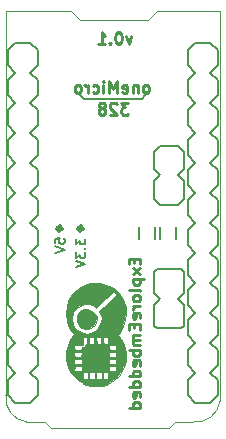
<source format=gbo>
G04 #@! TF.FileFunction,Legend,Bot*
%FSLAX46Y46*%
G04 Gerber Fmt 4.6, Leading zero omitted, Abs format (unit mm)*
G04 Created by KiCad (PCBNEW 4.0.1-stable) date 29-Sep-16 12:15:53 PM*
%MOMM*%
G01*
G04 APERTURE LIST*
%ADD10C,0.150000*%
%ADD11C,0.250000*%
%ADD12C,0.100000*%
%ADD13C,0.200000*%
%ADD14C,0.002540*%
%ADD15C,2.032000*%
%ADD16O,2.032000X2.032000*%
%ADD17R,0.900000X0.500000*%
%ADD18C,1.500000*%
%ADD19O,2.200000X2.500000*%
%ADD20O,2.032000X1.727200*%
G04 APERTURE END LIST*
D10*
D11*
X162261371Y-92648114D02*
X162023276Y-93314781D01*
X161785180Y-92648114D01*
X161213752Y-92314781D02*
X161118513Y-92314781D01*
X161023275Y-92362400D01*
X160975656Y-92410019D01*
X160928037Y-92505257D01*
X160880418Y-92695733D01*
X160880418Y-92933829D01*
X160928037Y-93124305D01*
X160975656Y-93219543D01*
X161023275Y-93267162D01*
X161118513Y-93314781D01*
X161213752Y-93314781D01*
X161308990Y-93267162D01*
X161356609Y-93219543D01*
X161404228Y-93124305D01*
X161451847Y-92933829D01*
X161451847Y-92695733D01*
X161404228Y-92505257D01*
X161356609Y-92410019D01*
X161308990Y-92362400D01*
X161213752Y-92314781D01*
X160451847Y-93219543D02*
X160404228Y-93267162D01*
X160451847Y-93314781D01*
X160499466Y-93267162D01*
X160451847Y-93219543D01*
X160451847Y-93314781D01*
X159451847Y-93314781D02*
X160023276Y-93314781D01*
X159737562Y-93314781D02*
X159737562Y-92314781D01*
X159832800Y-92457638D01*
X159928038Y-92552876D01*
X160023276Y-92600495D01*
D12*
X169748200Y-123545600D02*
X169748200Y-90500200D01*
X151648400Y-123076200D02*
G75*
G03X153398400Y-125326200I2000000J-250000D01*
G01*
X154923800Y-125326200D02*
X153423800Y-125326200D01*
X155423800Y-125826200D02*
X154923800Y-125326200D01*
X165449200Y-125826200D02*
X155449200Y-125826200D01*
X165974600Y-125326200D02*
X165474600Y-125826200D01*
X167474600Y-125326200D02*
X165974600Y-125326200D01*
X151650700Y-90487500D02*
X151650700Y-123075700D01*
X151648400Y-90500000D02*
X157148400Y-90500000D01*
X157173800Y-90500000D02*
X157923800Y-91250000D01*
X164449200Y-90500000D02*
X163699200Y-91250000D01*
X164439600Y-90500200D02*
X169748200Y-90500200D01*
X163699200Y-91250000D02*
X157949200Y-91250000D01*
D11*
X162513971Y-111495675D02*
X162513971Y-111829009D01*
X163037781Y-111971866D02*
X163037781Y-111495675D01*
X162037781Y-111495675D01*
X162037781Y-111971866D01*
X163037781Y-112305199D02*
X162371114Y-112829009D01*
X162371114Y-112305199D02*
X163037781Y-112829009D01*
X162371114Y-113209961D02*
X163371114Y-113209961D01*
X162418733Y-113209961D02*
X162371114Y-113305199D01*
X162371114Y-113495676D01*
X162418733Y-113590914D01*
X162466352Y-113638533D01*
X162561590Y-113686152D01*
X162847305Y-113686152D01*
X162942543Y-113638533D01*
X162990162Y-113590914D01*
X163037781Y-113495676D01*
X163037781Y-113305199D01*
X162990162Y-113209961D01*
X163037781Y-114257580D02*
X162990162Y-114162342D01*
X162894924Y-114114723D01*
X162037781Y-114114723D01*
X163037781Y-114781390D02*
X162990162Y-114686152D01*
X162942543Y-114638533D01*
X162847305Y-114590914D01*
X162561590Y-114590914D01*
X162466352Y-114638533D01*
X162418733Y-114686152D01*
X162371114Y-114781390D01*
X162371114Y-114924248D01*
X162418733Y-115019486D01*
X162466352Y-115067105D01*
X162561590Y-115114724D01*
X162847305Y-115114724D01*
X162942543Y-115067105D01*
X162990162Y-115019486D01*
X163037781Y-114924248D01*
X163037781Y-114781390D01*
X163037781Y-115543295D02*
X162371114Y-115543295D01*
X162561590Y-115543295D02*
X162466352Y-115590914D01*
X162418733Y-115638533D01*
X162371114Y-115733771D01*
X162371114Y-115829010D01*
X162990162Y-116543296D02*
X163037781Y-116448058D01*
X163037781Y-116257581D01*
X162990162Y-116162343D01*
X162894924Y-116114724D01*
X162513971Y-116114724D01*
X162418733Y-116162343D01*
X162371114Y-116257581D01*
X162371114Y-116448058D01*
X162418733Y-116543296D01*
X162513971Y-116590915D01*
X162609210Y-116590915D01*
X162704448Y-116114724D01*
X162513971Y-117019486D02*
X162513971Y-117352820D01*
X163037781Y-117495677D02*
X163037781Y-117019486D01*
X162037781Y-117019486D01*
X162037781Y-117495677D01*
X163037781Y-117924248D02*
X162371114Y-117924248D01*
X162466352Y-117924248D02*
X162418733Y-117971867D01*
X162371114Y-118067105D01*
X162371114Y-118209963D01*
X162418733Y-118305201D01*
X162513971Y-118352820D01*
X163037781Y-118352820D01*
X162513971Y-118352820D02*
X162418733Y-118400439D01*
X162371114Y-118495677D01*
X162371114Y-118638534D01*
X162418733Y-118733772D01*
X162513971Y-118781391D01*
X163037781Y-118781391D01*
X163037781Y-119257581D02*
X162037781Y-119257581D01*
X162418733Y-119257581D02*
X162371114Y-119352819D01*
X162371114Y-119543296D01*
X162418733Y-119638534D01*
X162466352Y-119686153D01*
X162561590Y-119733772D01*
X162847305Y-119733772D01*
X162942543Y-119686153D01*
X162990162Y-119638534D01*
X163037781Y-119543296D01*
X163037781Y-119352819D01*
X162990162Y-119257581D01*
X162990162Y-120543296D02*
X163037781Y-120448058D01*
X163037781Y-120257581D01*
X162990162Y-120162343D01*
X162894924Y-120114724D01*
X162513971Y-120114724D01*
X162418733Y-120162343D01*
X162371114Y-120257581D01*
X162371114Y-120448058D01*
X162418733Y-120543296D01*
X162513971Y-120590915D01*
X162609210Y-120590915D01*
X162704448Y-120114724D01*
X163037781Y-121448058D02*
X162037781Y-121448058D01*
X162990162Y-121448058D02*
X163037781Y-121352820D01*
X163037781Y-121162343D01*
X162990162Y-121067105D01*
X162942543Y-121019486D01*
X162847305Y-120971867D01*
X162561590Y-120971867D01*
X162466352Y-121019486D01*
X162418733Y-121067105D01*
X162371114Y-121162343D01*
X162371114Y-121352820D01*
X162418733Y-121448058D01*
X163037781Y-122352820D02*
X162037781Y-122352820D01*
X162990162Y-122352820D02*
X163037781Y-122257582D01*
X163037781Y-122067105D01*
X162990162Y-121971867D01*
X162942543Y-121924248D01*
X162847305Y-121876629D01*
X162561590Y-121876629D01*
X162466352Y-121924248D01*
X162418733Y-121971867D01*
X162371114Y-122067105D01*
X162371114Y-122257582D01*
X162418733Y-122352820D01*
X162990162Y-123209963D02*
X163037781Y-123114725D01*
X163037781Y-122924248D01*
X162990162Y-122829010D01*
X162894924Y-122781391D01*
X162513971Y-122781391D01*
X162418733Y-122829010D01*
X162371114Y-122924248D01*
X162371114Y-123114725D01*
X162418733Y-123209963D01*
X162513971Y-123257582D01*
X162609210Y-123257582D01*
X162704448Y-122781391D01*
X163037781Y-124114725D02*
X162037781Y-124114725D01*
X162990162Y-124114725D02*
X163037781Y-124019487D01*
X163037781Y-123829010D01*
X162990162Y-123733772D01*
X162942543Y-123686153D01*
X162847305Y-123638534D01*
X162561590Y-123638534D01*
X162466352Y-123686153D01*
X162418733Y-123733772D01*
X162371114Y-123829010D01*
X162371114Y-124019487D01*
X162418733Y-124114725D01*
D13*
X157632400Y-108966000D02*
X157937200Y-109270800D01*
X157937200Y-109270800D02*
X158267400Y-108940600D01*
X158267400Y-108940600D02*
X157962600Y-108635800D01*
X157962600Y-108635800D02*
X157683200Y-108915200D01*
X157683200Y-108915200D02*
X158115000Y-108915200D01*
X158115000Y-108915200D02*
X157962600Y-109067600D01*
X157962600Y-109067600D02*
X157962600Y-108788200D01*
X157962600Y-108788200D02*
X157835600Y-108915200D01*
X157835600Y-108915200D02*
X157911800Y-108991400D01*
X157911800Y-108991400D02*
X157911800Y-109067600D01*
X156133800Y-108991400D02*
X156133800Y-109067600D01*
X156057600Y-108915200D02*
X156133800Y-108991400D01*
X156184600Y-108788200D02*
X156057600Y-108915200D01*
X156184600Y-109067600D02*
X156184600Y-108788200D01*
X156337000Y-108915200D02*
X156184600Y-109067600D01*
X155905200Y-108915200D02*
X156337000Y-108915200D01*
X156184600Y-108635800D02*
X155905200Y-108915200D01*
X156489400Y-108940600D02*
X156184600Y-108635800D01*
X156159200Y-109270800D02*
X156489400Y-108940600D01*
X155854400Y-108966000D02*
X156159200Y-109270800D01*
D11*
X162016914Y-98309181D02*
X161397866Y-98309181D01*
X161731200Y-98690133D01*
X161588342Y-98690133D01*
X161493104Y-98737752D01*
X161445485Y-98785371D01*
X161397866Y-98880610D01*
X161397866Y-99118705D01*
X161445485Y-99213943D01*
X161493104Y-99261562D01*
X161588342Y-99309181D01*
X161874057Y-99309181D01*
X161969295Y-99261562D01*
X162016914Y-99213943D01*
X161016914Y-98404419D02*
X160969295Y-98356800D01*
X160874057Y-98309181D01*
X160635961Y-98309181D01*
X160540723Y-98356800D01*
X160493104Y-98404419D01*
X160445485Y-98499657D01*
X160445485Y-98594895D01*
X160493104Y-98737752D01*
X161064533Y-99309181D01*
X160445485Y-99309181D01*
X159874057Y-98737752D02*
X159969295Y-98690133D01*
X160016914Y-98642514D01*
X160064533Y-98547276D01*
X160064533Y-98499657D01*
X160016914Y-98404419D01*
X159969295Y-98356800D01*
X159874057Y-98309181D01*
X159683580Y-98309181D01*
X159588342Y-98356800D01*
X159540723Y-98404419D01*
X159493104Y-98499657D01*
X159493104Y-98547276D01*
X159540723Y-98642514D01*
X159588342Y-98690133D01*
X159683580Y-98737752D01*
X159874057Y-98737752D01*
X159969295Y-98785371D01*
X160016914Y-98832990D01*
X160064533Y-98928229D01*
X160064533Y-99118705D01*
X160016914Y-99213943D01*
X159969295Y-99261562D01*
X159874057Y-99309181D01*
X159683580Y-99309181D01*
X159588342Y-99261562D01*
X159540723Y-99213943D01*
X159493104Y-99118705D01*
X159493104Y-98928229D01*
X159540723Y-98832990D01*
X159588342Y-98785371D01*
X159683580Y-98737752D01*
D13*
X163449000Y-97409000D02*
X163550600Y-97409000D01*
X163449000Y-97663000D02*
X163449000Y-97409000D01*
X163169600Y-97942400D02*
X163449000Y-97663000D01*
X158242000Y-97942400D02*
X163169600Y-97942400D01*
X157734000Y-97434400D02*
X158242000Y-97942400D01*
D11*
X163556581Y-97454981D02*
X163651819Y-97407362D01*
X163699438Y-97359743D01*
X163747057Y-97264505D01*
X163747057Y-96978790D01*
X163699438Y-96883552D01*
X163651819Y-96835933D01*
X163556581Y-96788314D01*
X163413723Y-96788314D01*
X163318485Y-96835933D01*
X163270866Y-96883552D01*
X163223247Y-96978790D01*
X163223247Y-97264505D01*
X163270866Y-97359743D01*
X163318485Y-97407362D01*
X163413723Y-97454981D01*
X163556581Y-97454981D01*
X162794676Y-96788314D02*
X162794676Y-97454981D01*
X162794676Y-96883552D02*
X162747057Y-96835933D01*
X162651819Y-96788314D01*
X162508961Y-96788314D01*
X162413723Y-96835933D01*
X162366104Y-96931171D01*
X162366104Y-97454981D01*
X161508961Y-97407362D02*
X161604199Y-97454981D01*
X161794676Y-97454981D01*
X161889914Y-97407362D01*
X161937533Y-97312124D01*
X161937533Y-96931171D01*
X161889914Y-96835933D01*
X161794676Y-96788314D01*
X161604199Y-96788314D01*
X161508961Y-96835933D01*
X161461342Y-96931171D01*
X161461342Y-97026410D01*
X161937533Y-97121648D01*
X161032771Y-97454981D02*
X161032771Y-96454981D01*
X160699437Y-97169267D01*
X160366104Y-96454981D01*
X160366104Y-97454981D01*
X159889914Y-97454981D02*
X159889914Y-96788314D01*
X159889914Y-96454981D02*
X159937533Y-96502600D01*
X159889914Y-96550219D01*
X159842295Y-96502600D01*
X159889914Y-96454981D01*
X159889914Y-96550219D01*
X158985152Y-97407362D02*
X159080390Y-97454981D01*
X159270867Y-97454981D01*
X159366105Y-97407362D01*
X159413724Y-97359743D01*
X159461343Y-97264505D01*
X159461343Y-96978790D01*
X159413724Y-96883552D01*
X159366105Y-96835933D01*
X159270867Y-96788314D01*
X159080390Y-96788314D01*
X158985152Y-96835933D01*
X158556581Y-97454981D02*
X158556581Y-96788314D01*
X158556581Y-96978790D02*
X158508962Y-96883552D01*
X158461343Y-96835933D01*
X158366105Y-96788314D01*
X158270866Y-96788314D01*
X157794676Y-97454981D02*
X157889914Y-97407362D01*
X157937533Y-97359743D01*
X157985152Y-97264505D01*
X157985152Y-96978790D01*
X157937533Y-96883552D01*
X157889914Y-96835933D01*
X157794676Y-96788314D01*
X157651818Y-96788314D01*
X157556580Y-96835933D01*
X157508961Y-96883552D01*
X157461342Y-96978790D01*
X157461342Y-97264505D01*
X157508961Y-97359743D01*
X157556580Y-97407362D01*
X157651818Y-97454981D01*
X157794676Y-97454981D01*
D12*
X167500000Y-125326200D02*
G75*
G03X169750000Y-123576200I250000J2000000D01*
G01*
D13*
X157575305Y-109791648D02*
X157575305Y-110286886D01*
X157880067Y-110020219D01*
X157880067Y-110134505D01*
X157918162Y-110210695D01*
X157956257Y-110248791D01*
X158032448Y-110286886D01*
X158222924Y-110286886D01*
X158299114Y-110248791D01*
X158337210Y-110210695D01*
X158375305Y-110134505D01*
X158375305Y-109905933D01*
X158337210Y-109829743D01*
X158299114Y-109791648D01*
X158299114Y-110629743D02*
X158337210Y-110667838D01*
X158375305Y-110629743D01*
X158337210Y-110591648D01*
X158299114Y-110629743D01*
X158375305Y-110629743D01*
X157575305Y-110934505D02*
X157575305Y-111429743D01*
X157880067Y-111163076D01*
X157880067Y-111277362D01*
X157918162Y-111353552D01*
X157956257Y-111391648D01*
X158032448Y-111429743D01*
X158222924Y-111429743D01*
X158299114Y-111391648D01*
X158337210Y-111353552D01*
X158375305Y-111277362D01*
X158375305Y-111048790D01*
X158337210Y-110972600D01*
X158299114Y-110934505D01*
X157575305Y-111658314D02*
X158375305Y-111924981D01*
X157575305Y-112191648D01*
X155822705Y-110185220D02*
X155822705Y-109804267D01*
X156203657Y-109766172D01*
X156165562Y-109804267D01*
X156127467Y-109880458D01*
X156127467Y-110070934D01*
X156165562Y-110147124D01*
X156203657Y-110185220D01*
X156279848Y-110223315D01*
X156470324Y-110223315D01*
X156546514Y-110185220D01*
X156584610Y-110147124D01*
X156622705Y-110070934D01*
X156622705Y-109880458D01*
X156584610Y-109804267D01*
X156546514Y-109766172D01*
X155822705Y-110451886D02*
X156622705Y-110718553D01*
X155822705Y-110985220D01*
D10*
X166705600Y-116904200D02*
X166705600Y-115404200D01*
X166705600Y-115404200D02*
X166205600Y-114904200D01*
X166205600Y-114904200D02*
X166705600Y-114404200D01*
X166705600Y-114404200D02*
X166705600Y-112654200D01*
X166705600Y-112654200D02*
X166455600Y-112404200D01*
X166455600Y-112404200D02*
X164705600Y-112404200D01*
X164705600Y-112404200D02*
X164455600Y-112404200D01*
X164455600Y-112404200D02*
X164205600Y-112654200D01*
X164205600Y-112654200D02*
X164205600Y-114404200D01*
X164205600Y-114404200D02*
X164705600Y-114904200D01*
X164705600Y-114904200D02*
X164205600Y-115404200D01*
X164205600Y-115404200D02*
X164205600Y-116904200D01*
X164205600Y-116904200D02*
X164205600Y-117154200D01*
X164205600Y-117154200D02*
X164455600Y-117404200D01*
X164455600Y-117404200D02*
X166455600Y-117404200D01*
X166455600Y-117404200D02*
X166705600Y-117154200D01*
X166705600Y-117154200D02*
X166705600Y-116904200D01*
X166205600Y-101939400D02*
X164955600Y-101939400D01*
X164955600Y-101939400D02*
X164705600Y-101939400D01*
X164705600Y-101939400D02*
X164205600Y-102439400D01*
X164205600Y-102439400D02*
X164205600Y-103939400D01*
X164205600Y-103939400D02*
X164705600Y-104439400D01*
X164705600Y-104439400D02*
X164205600Y-104939400D01*
X164205600Y-104939400D02*
X164205600Y-106439400D01*
X164205600Y-106439400D02*
X164705600Y-106939400D01*
X164705600Y-106939400D02*
X166205600Y-106939400D01*
X166205600Y-106939400D02*
X166705600Y-106439400D01*
X166705600Y-104939400D02*
X166205600Y-104439400D01*
X166205600Y-104439400D02*
X166705600Y-103939400D01*
X166705600Y-103939400D02*
X166705600Y-102439400D01*
X166705600Y-102439400D02*
X166205600Y-101939400D01*
X166705600Y-106439400D02*
X166705600Y-104939400D01*
D14*
G36*
X159296100Y-122265440D02*
X159623760Y-122257820D01*
X159857440Y-122242580D01*
X160037780Y-122207020D01*
X160202880Y-122151140D01*
X160296860Y-122107960D01*
X160797240Y-121808240D01*
X160886140Y-121724420D01*
X158135320Y-121724420D01*
X158135320Y-121396760D01*
X158137860Y-121203720D01*
X158163260Y-121109740D01*
X158229300Y-121074180D01*
X158318200Y-121069100D01*
X158480760Y-121086880D01*
X158559500Y-121155460D01*
X158577280Y-121305320D01*
X158572200Y-121422160D01*
X158551880Y-121589800D01*
X158498540Y-121671080D01*
X158381700Y-121699020D01*
X158343600Y-121704100D01*
X158135320Y-121724420D01*
X160886140Y-121724420D01*
X160896300Y-121716800D01*
X160327340Y-121716800D01*
X160103820Y-121716800D01*
X159877760Y-121716800D01*
X159748220Y-121716800D01*
X159522160Y-121716800D01*
X159296100Y-121716800D01*
X159166560Y-121716800D01*
X158943040Y-121716800D01*
X158716980Y-121716800D01*
X158716980Y-121394220D01*
X158716980Y-121069100D01*
X158943040Y-121069100D01*
X159166560Y-121069100D01*
X159166560Y-121394220D01*
X159166560Y-121716800D01*
X159296100Y-121716800D01*
X159296100Y-121394220D01*
X159296100Y-121069100D01*
X159522160Y-121069100D01*
X159748220Y-121069100D01*
X159748220Y-121394220D01*
X159748220Y-121716800D01*
X159877760Y-121716800D01*
X159877760Y-121394220D01*
X159877760Y-121069100D01*
X160103820Y-121069100D01*
X160327340Y-121069100D01*
X160327340Y-121394220D01*
X160327340Y-121716800D01*
X160896300Y-121716800D01*
X161196020Y-121434860D01*
X161483040Y-121005600D01*
X160685480Y-121005600D01*
X158071820Y-121005600D01*
X157744160Y-121005600D01*
X157416500Y-121005600D01*
X157436820Y-120797320D01*
X157457140Y-120670320D01*
X157513020Y-120604280D01*
X157637480Y-120576340D01*
X157764480Y-120566180D01*
X158071820Y-120548400D01*
X158071820Y-120777000D01*
X158071820Y-121005600D01*
X160685480Y-121005600D01*
X160505140Y-121000520D01*
X160421320Y-120967500D01*
X160393380Y-120881140D01*
X160393380Y-120779540D01*
X160398460Y-120639840D01*
X160439100Y-120576340D01*
X160553400Y-120556020D01*
X160685480Y-120556020D01*
X160863280Y-120558560D01*
X160944560Y-120591580D01*
X160972500Y-120677940D01*
X160975040Y-120779540D01*
X160967420Y-120919240D01*
X160926780Y-120985280D01*
X160812480Y-121003060D01*
X160685480Y-121005600D01*
X161483040Y-121005600D01*
X161505900Y-120975120D01*
X161683700Y-120573800D01*
X161726880Y-120426480D01*
X160685480Y-120426480D01*
X158071820Y-120426480D01*
X157749240Y-120426480D01*
X157424120Y-120426480D01*
X157424120Y-120200420D01*
X157424120Y-119974360D01*
X157749240Y-119974360D01*
X158071820Y-119974360D01*
X158071820Y-120200420D01*
X158071820Y-120426480D01*
X160685480Y-120426480D01*
X160505140Y-120418860D01*
X160421320Y-120385840D01*
X160393380Y-120299480D01*
X160393380Y-120200420D01*
X160398460Y-120060720D01*
X160439100Y-119994680D01*
X160553400Y-119974360D01*
X160685480Y-119974360D01*
X160863280Y-119979440D01*
X160944560Y-120012460D01*
X160972500Y-120098820D01*
X160975040Y-120200420D01*
X160967420Y-120337580D01*
X160926780Y-120403620D01*
X160812480Y-120423940D01*
X160685480Y-120426480D01*
X161726880Y-120426480D01*
X161757360Y-120337580D01*
X161798000Y-120126760D01*
X161808160Y-119880380D01*
X161805620Y-119829580D01*
X160685480Y-119829580D01*
X160505140Y-119824500D01*
X160464500Y-119811800D01*
X157858460Y-119811800D01*
X157749240Y-119811800D01*
X157568900Y-119806720D01*
X157480000Y-119771160D01*
X157446980Y-119682260D01*
X157436820Y-119603520D01*
X157416500Y-119395240D01*
X157749240Y-119395240D01*
X158079440Y-119395240D01*
X158056580Y-119603520D01*
X158038800Y-119733060D01*
X157985460Y-119791480D01*
X157858460Y-119811800D01*
X160464500Y-119811800D01*
X160421320Y-119796560D01*
X160393380Y-119710200D01*
X160393380Y-119613680D01*
X160398460Y-119476520D01*
X160441640Y-119413020D01*
X160555940Y-119395240D01*
X160685480Y-119395240D01*
X160863280Y-119397780D01*
X160944560Y-119430800D01*
X160972500Y-119517160D01*
X160975040Y-119608600D01*
X160967420Y-119740680D01*
X160921700Y-119804180D01*
X160807400Y-119824500D01*
X160685480Y-119829580D01*
X161805620Y-119829580D01*
X161800540Y-119598440D01*
X161777680Y-119278400D01*
X161764980Y-119217440D01*
X160815020Y-119217440D01*
X160782000Y-119214900D01*
X157505400Y-119214900D01*
X157467300Y-119171720D01*
X157439360Y-119042180D01*
X157439360Y-119026940D01*
X157416500Y-118818660D01*
X157789880Y-118800880D01*
X158163260Y-118780560D01*
X158160720Y-118747540D01*
X157845760Y-118747540D01*
X157586680Y-118747540D01*
X157553660Y-118717060D01*
X157586680Y-118684040D01*
X157617160Y-118717060D01*
X157586680Y-118747540D01*
X157845760Y-118747540D01*
X157812740Y-118717060D01*
X157845760Y-118684040D01*
X157878780Y-118717060D01*
X157845760Y-118747540D01*
X158160720Y-118747540D01*
X158142940Y-118442740D01*
X158135320Y-118244620D01*
X158153100Y-118143020D01*
X158211520Y-118107460D01*
X158318200Y-118102380D01*
X158442660Y-118112540D01*
X158503620Y-118168420D01*
X158529020Y-118305580D01*
X158534100Y-118376700D01*
X158544260Y-118587520D01*
X158529020Y-118699280D01*
X158475680Y-118742460D01*
X158422340Y-118747540D01*
X158341060Y-118775480D01*
X158335980Y-118795800D01*
X158330900Y-118945660D01*
X158249620Y-118996460D01*
X158198820Y-118986300D01*
X158097220Y-118988840D01*
X158071820Y-119077740D01*
X158046420Y-119159020D01*
X157952440Y-119192040D01*
X157812740Y-119199660D01*
X157634940Y-119202200D01*
X157520640Y-119212360D01*
X157505400Y-119214900D01*
X160782000Y-119214900D01*
X160685480Y-119209820D01*
X160505140Y-119189500D01*
X160418780Y-119146320D01*
X160393380Y-119059960D01*
X160393380Y-118999000D01*
X160401000Y-118884700D01*
X160451800Y-118831360D01*
X160578800Y-118813580D01*
X160685480Y-118813580D01*
X160863280Y-118816120D01*
X160944560Y-118849140D01*
X160972500Y-118935500D01*
X160975040Y-119021860D01*
X160967420Y-119148860D01*
X160926780Y-119207280D01*
X160815020Y-119217440D01*
X161764980Y-119217440D01*
X161737040Y-119037100D01*
X161665920Y-118816120D01*
X161635440Y-118755160D01*
X158716980Y-118755160D01*
X158716980Y-118430040D01*
X158719520Y-118237000D01*
X158744920Y-118140480D01*
X158810960Y-118107460D01*
X158902400Y-118102380D01*
X159034480Y-118120160D01*
X159103060Y-118193820D01*
X159131000Y-118346220D01*
X159128460Y-118516400D01*
X159105600Y-118658640D01*
X159026860Y-118719600D01*
X158920180Y-118734840D01*
X158716980Y-118755160D01*
X161635440Y-118755160D01*
X161620200Y-118717060D01*
X160103820Y-118717060D01*
X159522160Y-118717060D01*
X159405320Y-118706900D01*
X159344360Y-118658640D01*
X159318960Y-118534180D01*
X159308800Y-118409720D01*
X159288480Y-118102380D01*
X159522160Y-118102380D01*
X159755840Y-118102380D01*
X159735520Y-118409720D01*
X159717740Y-118595140D01*
X159682180Y-118684040D01*
X159603440Y-118711980D01*
X159522160Y-118717060D01*
X160103820Y-118717060D01*
X159984440Y-118706900D01*
X159926020Y-118658640D01*
X159898080Y-118534180D01*
X159887920Y-118409720D01*
X159870140Y-118102380D01*
X160103820Y-118102380D01*
X160334960Y-118102380D01*
X160317180Y-118409720D01*
X160299400Y-118595140D01*
X160261300Y-118684040D01*
X160182560Y-118711980D01*
X160103820Y-118717060D01*
X161620200Y-118717060D01*
X161569400Y-118605300D01*
X161447480Y-118379240D01*
X161328100Y-118191280D01*
X161236660Y-118076980D01*
X161170620Y-118005860D01*
X161155380Y-117939820D01*
X161196020Y-117845840D01*
X158503620Y-117845840D01*
X158153100Y-117802660D01*
X157820360Y-117657880D01*
X157528260Y-117411500D01*
X157419040Y-117274340D01*
X157332680Y-117124480D01*
X157284420Y-116961920D01*
X157266640Y-116740940D01*
X157264100Y-116580920D01*
X157269180Y-116326920D01*
X157292040Y-116154200D01*
X157350460Y-116019580D01*
X157452060Y-115879880D01*
X157462220Y-115867180D01*
X157683200Y-115648740D01*
X157957520Y-115470940D01*
X158236920Y-115356640D01*
X158422340Y-115328700D01*
X158683960Y-115356640D01*
X158943040Y-115425220D01*
X159146240Y-115524280D01*
X159204660Y-115570000D01*
X159285940Y-115636040D01*
X159351980Y-115610640D01*
X159425640Y-115516660D01*
X159517080Y-115415060D01*
X159682180Y-115247420D01*
X159895540Y-115039140D01*
X160139380Y-114810540D01*
X160169860Y-114782600D01*
X160797240Y-114206020D01*
X160921700Y-114360960D01*
X161048700Y-114515900D01*
X160609280Y-114940080D01*
X160367980Y-115166140D01*
X160124140Y-115394740D01*
X159910780Y-115585240D01*
X159859980Y-115628420D01*
X159552640Y-115892580D01*
X159651700Y-116123720D01*
X159740600Y-116499640D01*
X159705040Y-116883180D01*
X159649160Y-117055900D01*
X159445960Y-117393720D01*
X159171640Y-117637560D01*
X158851600Y-117789960D01*
X158503620Y-117845840D01*
X161196020Y-117845840D01*
X161198560Y-117843300D01*
X161310320Y-117678200D01*
X161325560Y-117662960D01*
X161587180Y-117190520D01*
X161752280Y-116667280D01*
X161818320Y-116123720D01*
X161780220Y-115592860D01*
X161671000Y-115199160D01*
X161411920Y-114686080D01*
X161063940Y-114254280D01*
X160639760Y-113919000D01*
X160154620Y-113682780D01*
X159626300Y-113553240D01*
X159062420Y-113540540D01*
X158767780Y-113583720D01*
X158348680Y-113695480D01*
X157990540Y-113868200D01*
X157650180Y-114122200D01*
X157520640Y-114239040D01*
X157177740Y-114645440D01*
X156926280Y-115115340D01*
X156778960Y-115623340D01*
X156728160Y-116149120D01*
X156781500Y-116669820D01*
X156936440Y-117167660D01*
X157195520Y-117617240D01*
X157276800Y-117718840D01*
X157434280Y-117906800D01*
X157276800Y-118117620D01*
X156992320Y-118582440D01*
X156811980Y-119100600D01*
X156768800Y-119321580D01*
X156733240Y-119882920D01*
X156822140Y-120423940D01*
X157017720Y-120929400D01*
X157317440Y-121381520D01*
X157716220Y-121765060D01*
X158196280Y-122062240D01*
X158198820Y-122064780D01*
X158402020Y-122156220D01*
X158572200Y-122214640D01*
X158752540Y-122247660D01*
X158978600Y-122260360D01*
X159296100Y-122265440D01*
X159296100Y-122265440D01*
X159296100Y-122265440D01*
G37*
X159296100Y-122265440D02*
X159623760Y-122257820D01*
X159857440Y-122242580D01*
X160037780Y-122207020D01*
X160202880Y-122151140D01*
X160296860Y-122107960D01*
X160797240Y-121808240D01*
X160886140Y-121724420D01*
X158135320Y-121724420D01*
X158135320Y-121396760D01*
X158137860Y-121203720D01*
X158163260Y-121109740D01*
X158229300Y-121074180D01*
X158318200Y-121069100D01*
X158480760Y-121086880D01*
X158559500Y-121155460D01*
X158577280Y-121305320D01*
X158572200Y-121422160D01*
X158551880Y-121589800D01*
X158498540Y-121671080D01*
X158381700Y-121699020D01*
X158343600Y-121704100D01*
X158135320Y-121724420D01*
X160886140Y-121724420D01*
X160896300Y-121716800D01*
X160327340Y-121716800D01*
X160103820Y-121716800D01*
X159877760Y-121716800D01*
X159748220Y-121716800D01*
X159522160Y-121716800D01*
X159296100Y-121716800D01*
X159166560Y-121716800D01*
X158943040Y-121716800D01*
X158716980Y-121716800D01*
X158716980Y-121394220D01*
X158716980Y-121069100D01*
X158943040Y-121069100D01*
X159166560Y-121069100D01*
X159166560Y-121394220D01*
X159166560Y-121716800D01*
X159296100Y-121716800D01*
X159296100Y-121394220D01*
X159296100Y-121069100D01*
X159522160Y-121069100D01*
X159748220Y-121069100D01*
X159748220Y-121394220D01*
X159748220Y-121716800D01*
X159877760Y-121716800D01*
X159877760Y-121394220D01*
X159877760Y-121069100D01*
X160103820Y-121069100D01*
X160327340Y-121069100D01*
X160327340Y-121394220D01*
X160327340Y-121716800D01*
X160896300Y-121716800D01*
X161196020Y-121434860D01*
X161483040Y-121005600D01*
X160685480Y-121005600D01*
X158071820Y-121005600D01*
X157744160Y-121005600D01*
X157416500Y-121005600D01*
X157436820Y-120797320D01*
X157457140Y-120670320D01*
X157513020Y-120604280D01*
X157637480Y-120576340D01*
X157764480Y-120566180D01*
X158071820Y-120548400D01*
X158071820Y-120777000D01*
X158071820Y-121005600D01*
X160685480Y-121005600D01*
X160505140Y-121000520D01*
X160421320Y-120967500D01*
X160393380Y-120881140D01*
X160393380Y-120779540D01*
X160398460Y-120639840D01*
X160439100Y-120576340D01*
X160553400Y-120556020D01*
X160685480Y-120556020D01*
X160863280Y-120558560D01*
X160944560Y-120591580D01*
X160972500Y-120677940D01*
X160975040Y-120779540D01*
X160967420Y-120919240D01*
X160926780Y-120985280D01*
X160812480Y-121003060D01*
X160685480Y-121005600D01*
X161483040Y-121005600D01*
X161505900Y-120975120D01*
X161683700Y-120573800D01*
X161726880Y-120426480D01*
X160685480Y-120426480D01*
X158071820Y-120426480D01*
X157749240Y-120426480D01*
X157424120Y-120426480D01*
X157424120Y-120200420D01*
X157424120Y-119974360D01*
X157749240Y-119974360D01*
X158071820Y-119974360D01*
X158071820Y-120200420D01*
X158071820Y-120426480D01*
X160685480Y-120426480D01*
X160505140Y-120418860D01*
X160421320Y-120385840D01*
X160393380Y-120299480D01*
X160393380Y-120200420D01*
X160398460Y-120060720D01*
X160439100Y-119994680D01*
X160553400Y-119974360D01*
X160685480Y-119974360D01*
X160863280Y-119979440D01*
X160944560Y-120012460D01*
X160972500Y-120098820D01*
X160975040Y-120200420D01*
X160967420Y-120337580D01*
X160926780Y-120403620D01*
X160812480Y-120423940D01*
X160685480Y-120426480D01*
X161726880Y-120426480D01*
X161757360Y-120337580D01*
X161798000Y-120126760D01*
X161808160Y-119880380D01*
X161805620Y-119829580D01*
X160685480Y-119829580D01*
X160505140Y-119824500D01*
X160464500Y-119811800D01*
X157858460Y-119811800D01*
X157749240Y-119811800D01*
X157568900Y-119806720D01*
X157480000Y-119771160D01*
X157446980Y-119682260D01*
X157436820Y-119603520D01*
X157416500Y-119395240D01*
X157749240Y-119395240D01*
X158079440Y-119395240D01*
X158056580Y-119603520D01*
X158038800Y-119733060D01*
X157985460Y-119791480D01*
X157858460Y-119811800D01*
X160464500Y-119811800D01*
X160421320Y-119796560D01*
X160393380Y-119710200D01*
X160393380Y-119613680D01*
X160398460Y-119476520D01*
X160441640Y-119413020D01*
X160555940Y-119395240D01*
X160685480Y-119395240D01*
X160863280Y-119397780D01*
X160944560Y-119430800D01*
X160972500Y-119517160D01*
X160975040Y-119608600D01*
X160967420Y-119740680D01*
X160921700Y-119804180D01*
X160807400Y-119824500D01*
X160685480Y-119829580D01*
X161805620Y-119829580D01*
X161800540Y-119598440D01*
X161777680Y-119278400D01*
X161764980Y-119217440D01*
X160815020Y-119217440D01*
X160782000Y-119214900D01*
X157505400Y-119214900D01*
X157467300Y-119171720D01*
X157439360Y-119042180D01*
X157439360Y-119026940D01*
X157416500Y-118818660D01*
X157789880Y-118800880D01*
X158163260Y-118780560D01*
X158160720Y-118747540D01*
X157845760Y-118747540D01*
X157586680Y-118747540D01*
X157553660Y-118717060D01*
X157586680Y-118684040D01*
X157617160Y-118717060D01*
X157586680Y-118747540D01*
X157845760Y-118747540D01*
X157812740Y-118717060D01*
X157845760Y-118684040D01*
X157878780Y-118717060D01*
X157845760Y-118747540D01*
X158160720Y-118747540D01*
X158142940Y-118442740D01*
X158135320Y-118244620D01*
X158153100Y-118143020D01*
X158211520Y-118107460D01*
X158318200Y-118102380D01*
X158442660Y-118112540D01*
X158503620Y-118168420D01*
X158529020Y-118305580D01*
X158534100Y-118376700D01*
X158544260Y-118587520D01*
X158529020Y-118699280D01*
X158475680Y-118742460D01*
X158422340Y-118747540D01*
X158341060Y-118775480D01*
X158335980Y-118795800D01*
X158330900Y-118945660D01*
X158249620Y-118996460D01*
X158198820Y-118986300D01*
X158097220Y-118988840D01*
X158071820Y-119077740D01*
X158046420Y-119159020D01*
X157952440Y-119192040D01*
X157812740Y-119199660D01*
X157634940Y-119202200D01*
X157520640Y-119212360D01*
X157505400Y-119214900D01*
X160782000Y-119214900D01*
X160685480Y-119209820D01*
X160505140Y-119189500D01*
X160418780Y-119146320D01*
X160393380Y-119059960D01*
X160393380Y-118999000D01*
X160401000Y-118884700D01*
X160451800Y-118831360D01*
X160578800Y-118813580D01*
X160685480Y-118813580D01*
X160863280Y-118816120D01*
X160944560Y-118849140D01*
X160972500Y-118935500D01*
X160975040Y-119021860D01*
X160967420Y-119148860D01*
X160926780Y-119207280D01*
X160815020Y-119217440D01*
X161764980Y-119217440D01*
X161737040Y-119037100D01*
X161665920Y-118816120D01*
X161635440Y-118755160D01*
X158716980Y-118755160D01*
X158716980Y-118430040D01*
X158719520Y-118237000D01*
X158744920Y-118140480D01*
X158810960Y-118107460D01*
X158902400Y-118102380D01*
X159034480Y-118120160D01*
X159103060Y-118193820D01*
X159131000Y-118346220D01*
X159128460Y-118516400D01*
X159105600Y-118658640D01*
X159026860Y-118719600D01*
X158920180Y-118734840D01*
X158716980Y-118755160D01*
X161635440Y-118755160D01*
X161620200Y-118717060D01*
X160103820Y-118717060D01*
X159522160Y-118717060D01*
X159405320Y-118706900D01*
X159344360Y-118658640D01*
X159318960Y-118534180D01*
X159308800Y-118409720D01*
X159288480Y-118102380D01*
X159522160Y-118102380D01*
X159755840Y-118102380D01*
X159735520Y-118409720D01*
X159717740Y-118595140D01*
X159682180Y-118684040D01*
X159603440Y-118711980D01*
X159522160Y-118717060D01*
X160103820Y-118717060D01*
X159984440Y-118706900D01*
X159926020Y-118658640D01*
X159898080Y-118534180D01*
X159887920Y-118409720D01*
X159870140Y-118102380D01*
X160103820Y-118102380D01*
X160334960Y-118102380D01*
X160317180Y-118409720D01*
X160299400Y-118595140D01*
X160261300Y-118684040D01*
X160182560Y-118711980D01*
X160103820Y-118717060D01*
X161620200Y-118717060D01*
X161569400Y-118605300D01*
X161447480Y-118379240D01*
X161328100Y-118191280D01*
X161236660Y-118076980D01*
X161170620Y-118005860D01*
X161155380Y-117939820D01*
X161196020Y-117845840D01*
X158503620Y-117845840D01*
X158153100Y-117802660D01*
X157820360Y-117657880D01*
X157528260Y-117411500D01*
X157419040Y-117274340D01*
X157332680Y-117124480D01*
X157284420Y-116961920D01*
X157266640Y-116740940D01*
X157264100Y-116580920D01*
X157269180Y-116326920D01*
X157292040Y-116154200D01*
X157350460Y-116019580D01*
X157452060Y-115879880D01*
X157462220Y-115867180D01*
X157683200Y-115648740D01*
X157957520Y-115470940D01*
X158236920Y-115356640D01*
X158422340Y-115328700D01*
X158683960Y-115356640D01*
X158943040Y-115425220D01*
X159146240Y-115524280D01*
X159204660Y-115570000D01*
X159285940Y-115636040D01*
X159351980Y-115610640D01*
X159425640Y-115516660D01*
X159517080Y-115415060D01*
X159682180Y-115247420D01*
X159895540Y-115039140D01*
X160139380Y-114810540D01*
X160169860Y-114782600D01*
X160797240Y-114206020D01*
X160921700Y-114360960D01*
X161048700Y-114515900D01*
X160609280Y-114940080D01*
X160367980Y-115166140D01*
X160124140Y-115394740D01*
X159910780Y-115585240D01*
X159859980Y-115628420D01*
X159552640Y-115892580D01*
X159651700Y-116123720D01*
X159740600Y-116499640D01*
X159705040Y-116883180D01*
X159649160Y-117055900D01*
X159445960Y-117393720D01*
X159171640Y-117637560D01*
X158851600Y-117789960D01*
X158503620Y-117845840D01*
X161196020Y-117845840D01*
X161198560Y-117843300D01*
X161310320Y-117678200D01*
X161325560Y-117662960D01*
X161587180Y-117190520D01*
X161752280Y-116667280D01*
X161818320Y-116123720D01*
X161780220Y-115592860D01*
X161671000Y-115199160D01*
X161411920Y-114686080D01*
X161063940Y-114254280D01*
X160639760Y-113919000D01*
X160154620Y-113682780D01*
X159626300Y-113553240D01*
X159062420Y-113540540D01*
X158767780Y-113583720D01*
X158348680Y-113695480D01*
X157990540Y-113868200D01*
X157650180Y-114122200D01*
X157520640Y-114239040D01*
X157177740Y-114645440D01*
X156926280Y-115115340D01*
X156778960Y-115623340D01*
X156728160Y-116149120D01*
X156781500Y-116669820D01*
X156936440Y-117167660D01*
X157195520Y-117617240D01*
X157276800Y-117718840D01*
X157434280Y-117906800D01*
X157276800Y-118117620D01*
X156992320Y-118582440D01*
X156811980Y-119100600D01*
X156768800Y-119321580D01*
X156733240Y-119882920D01*
X156822140Y-120423940D01*
X157017720Y-120929400D01*
X157317440Y-121381520D01*
X157716220Y-121765060D01*
X158196280Y-122062240D01*
X158198820Y-122064780D01*
X158402020Y-122156220D01*
X158572200Y-122214640D01*
X158752540Y-122247660D01*
X158978600Y-122260360D01*
X159296100Y-122265440D01*
X159296100Y-122265440D01*
G36*
X158356300Y-117444520D02*
X158650940Y-117426740D01*
X158927800Y-117320060D01*
X159156400Y-117137180D01*
X159308800Y-116893340D01*
X159359600Y-116619020D01*
X159331660Y-116451380D01*
X159260540Y-116258340D01*
X159247840Y-116238020D01*
X159049720Y-115973860D01*
X158798260Y-115808760D01*
X158513780Y-115742720D01*
X158224220Y-115775740D01*
X157957520Y-115912900D01*
X157739080Y-116149120D01*
X157721300Y-116177060D01*
X157627320Y-116451380D01*
X157637480Y-116746020D01*
X157739080Y-117027960D01*
X157921960Y-117259100D01*
X158064200Y-117358160D01*
X158356300Y-117444520D01*
X158356300Y-117444520D01*
X158356300Y-117444520D01*
G37*
X158356300Y-117444520D02*
X158650940Y-117426740D01*
X158927800Y-117320060D01*
X159156400Y-117137180D01*
X159308800Y-116893340D01*
X159359600Y-116619020D01*
X159331660Y-116451380D01*
X159260540Y-116258340D01*
X159247840Y-116238020D01*
X159049720Y-115973860D01*
X158798260Y-115808760D01*
X158513780Y-115742720D01*
X158224220Y-115775740D01*
X157957520Y-115912900D01*
X157739080Y-116149120D01*
X157721300Y-116177060D01*
X157627320Y-116451380D01*
X157637480Y-116746020D01*
X157739080Y-117027960D01*
X157921960Y-117259100D01*
X158064200Y-117358160D01*
X158356300Y-117444520D01*
X158356300Y-117444520D01*
D10*
X164225600Y-109847000D02*
X164225600Y-108847000D01*
X162875600Y-108847000D02*
X162875600Y-109847000D01*
X166029000Y-109821600D02*
X166029000Y-108821600D01*
X164679000Y-108821600D02*
X164679000Y-109821600D01*
X152450000Y-93225000D02*
X153650000Y-93225000D01*
X152415000Y-121155000D02*
X151780000Y-121790000D01*
X151780000Y-121790000D02*
X151780000Y-123060000D01*
X151780000Y-123060000D02*
X152415000Y-123695000D01*
X152415000Y-123695000D02*
X153685000Y-123695000D01*
X153685000Y-123695000D02*
X154320000Y-123060000D01*
X154320000Y-123060000D02*
X154320000Y-121790000D01*
X154320000Y-121790000D02*
X153685000Y-121155000D01*
X153685000Y-93215000D02*
X154320000Y-93850000D01*
X154320000Y-93850000D02*
X154320000Y-95120000D01*
X154320000Y-95120000D02*
X153685000Y-95755000D01*
X153685000Y-95755000D02*
X154320000Y-96390000D01*
X154320000Y-96390000D02*
X154320000Y-97660000D01*
X154320000Y-97660000D02*
X153685000Y-98295000D01*
X153685000Y-98295000D02*
X154320000Y-98930000D01*
X154320000Y-98930000D02*
X154320000Y-100200000D01*
X154320000Y-100200000D02*
X153685000Y-100835000D01*
X153685000Y-100835000D02*
X154320000Y-101470000D01*
X154320000Y-101470000D02*
X154320000Y-102740000D01*
X154320000Y-102740000D02*
X153685000Y-103375000D01*
X153685000Y-103375000D02*
X154320000Y-104010000D01*
X154320000Y-104010000D02*
X154320000Y-105280000D01*
X154320000Y-105280000D02*
X153685000Y-105915000D01*
X153685000Y-105915000D02*
X154320000Y-106550000D01*
X154320000Y-106550000D02*
X154320000Y-107820000D01*
X154320000Y-107820000D02*
X153685000Y-108455000D01*
X153685000Y-108455000D02*
X154320000Y-109090000D01*
X154320000Y-109090000D02*
X154320000Y-110360000D01*
X154320000Y-110360000D02*
X153685000Y-110995000D01*
X153685000Y-110995000D02*
X154320000Y-111630000D01*
X154320000Y-111630000D02*
X154320000Y-112900000D01*
X154320000Y-112900000D02*
X153685000Y-113535000D01*
X153685000Y-113535000D02*
X154320000Y-114170000D01*
X154320000Y-114170000D02*
X154320000Y-115440000D01*
X154320000Y-115440000D02*
X153685000Y-116075000D01*
X153685000Y-116075000D02*
X154320000Y-116710000D01*
X154320000Y-116710000D02*
X154320000Y-117980000D01*
X154320000Y-117980000D02*
X153685000Y-118615000D01*
X153685000Y-118615000D02*
X154320000Y-119250000D01*
X154320000Y-119250000D02*
X154320000Y-120520000D01*
X154320000Y-120520000D02*
X153685000Y-121155000D01*
X152415000Y-121155000D02*
X151780000Y-120520000D01*
X151780000Y-120520000D02*
X151780000Y-119250000D01*
X151780000Y-119250000D02*
X152415000Y-118615000D01*
X152415000Y-118615000D02*
X151780000Y-117980000D01*
X151780000Y-117980000D02*
X151780000Y-116710000D01*
X151780000Y-116710000D02*
X152415000Y-116075000D01*
X152415000Y-116075000D02*
X151780000Y-115440000D01*
X151780000Y-115440000D02*
X151780000Y-114170000D01*
X151780000Y-114170000D02*
X152415000Y-113535000D01*
X152415000Y-113535000D02*
X151780000Y-112900000D01*
X151780000Y-112900000D02*
X151780000Y-111630000D01*
X151780000Y-111630000D02*
X152415000Y-110995000D01*
X152415000Y-110995000D02*
X151780000Y-110360000D01*
X151780000Y-110360000D02*
X151780000Y-109090000D01*
X151780000Y-109090000D02*
X152415000Y-108455000D01*
X152415000Y-108455000D02*
X151780000Y-107820000D01*
X151780000Y-107820000D02*
X151780000Y-106550000D01*
X151780000Y-106550000D02*
X152415000Y-105915000D01*
X152415000Y-105915000D02*
X151780000Y-105280000D01*
X151780000Y-105280000D02*
X151780000Y-104010000D01*
X151780000Y-104010000D02*
X152415000Y-103375000D01*
X152415000Y-103375000D02*
X151780000Y-102740000D01*
X151780000Y-102740000D02*
X151780000Y-101470000D01*
X151780000Y-101470000D02*
X152415000Y-100835000D01*
X152415000Y-100835000D02*
X151780000Y-100200000D01*
X151780000Y-100200000D02*
X151780000Y-98930000D01*
X151780000Y-98930000D02*
X152415000Y-98295000D01*
X152415000Y-98295000D02*
X151780000Y-97660000D01*
X151780000Y-97660000D02*
X151780000Y-96390000D01*
X151780000Y-96390000D02*
X152415000Y-95755000D01*
X152415000Y-95755000D02*
X151780000Y-95120000D01*
X151780000Y-95120000D02*
X151780000Y-93850000D01*
X151780000Y-93850000D02*
X152415000Y-93215000D01*
X168900000Y-123700000D02*
X167700000Y-123700000D01*
X168935000Y-95770000D02*
X169570000Y-95135000D01*
X169570000Y-95135000D02*
X169570000Y-93865000D01*
X169570000Y-93865000D02*
X168935000Y-93230000D01*
X168935000Y-93230000D02*
X167665000Y-93230000D01*
X167665000Y-93230000D02*
X167030000Y-93865000D01*
X167030000Y-93865000D02*
X167030000Y-95135000D01*
X167030000Y-95135000D02*
X167665000Y-95770000D01*
X167665000Y-123710000D02*
X167030000Y-123075000D01*
X167030000Y-123075000D02*
X167030000Y-121805000D01*
X167030000Y-121805000D02*
X167665000Y-121170000D01*
X167665000Y-121170000D02*
X167030000Y-120535000D01*
X167030000Y-120535000D02*
X167030000Y-119265000D01*
X167030000Y-119265000D02*
X167665000Y-118630000D01*
X167665000Y-118630000D02*
X167030000Y-117995000D01*
X167030000Y-117995000D02*
X167030000Y-116725000D01*
X167030000Y-116725000D02*
X167665000Y-116090000D01*
X167665000Y-116090000D02*
X167030000Y-115455000D01*
X167030000Y-115455000D02*
X167030000Y-114185000D01*
X167030000Y-114185000D02*
X167665000Y-113550000D01*
X167665000Y-113550000D02*
X167030000Y-112915000D01*
X167030000Y-112915000D02*
X167030000Y-111645000D01*
X167030000Y-111645000D02*
X167665000Y-111010000D01*
X167665000Y-111010000D02*
X167030000Y-110375000D01*
X167030000Y-110375000D02*
X167030000Y-109105000D01*
X167030000Y-109105000D02*
X167665000Y-108470000D01*
X167665000Y-108470000D02*
X167030000Y-107835000D01*
X167030000Y-107835000D02*
X167030000Y-106565000D01*
X167030000Y-106565000D02*
X167665000Y-105930000D01*
X167665000Y-105930000D02*
X167030000Y-105295000D01*
X167030000Y-105295000D02*
X167030000Y-104025000D01*
X167030000Y-104025000D02*
X167665000Y-103390000D01*
X167665000Y-103390000D02*
X167030000Y-102755000D01*
X167030000Y-102755000D02*
X167030000Y-101485000D01*
X167030000Y-101485000D02*
X167665000Y-100850000D01*
X167665000Y-100850000D02*
X167030000Y-100215000D01*
X167030000Y-100215000D02*
X167030000Y-98945000D01*
X167030000Y-98945000D02*
X167665000Y-98310000D01*
X167665000Y-98310000D02*
X167030000Y-97675000D01*
X167030000Y-97675000D02*
X167030000Y-96405000D01*
X167030000Y-96405000D02*
X167665000Y-95770000D01*
X168935000Y-95770000D02*
X169570000Y-96405000D01*
X169570000Y-96405000D02*
X169570000Y-97675000D01*
X169570000Y-97675000D02*
X168935000Y-98310000D01*
X168935000Y-98310000D02*
X169570000Y-98945000D01*
X169570000Y-98945000D02*
X169570000Y-100215000D01*
X169570000Y-100215000D02*
X168935000Y-100850000D01*
X168935000Y-100850000D02*
X169570000Y-101485000D01*
X169570000Y-101485000D02*
X169570000Y-102755000D01*
X169570000Y-102755000D02*
X168935000Y-103390000D01*
X168935000Y-103390000D02*
X169570000Y-104025000D01*
X169570000Y-104025000D02*
X169570000Y-105295000D01*
X169570000Y-105295000D02*
X168935000Y-105930000D01*
X168935000Y-105930000D02*
X169570000Y-106565000D01*
X169570000Y-106565000D02*
X169570000Y-107835000D01*
X169570000Y-107835000D02*
X168935000Y-108470000D01*
X168935000Y-108470000D02*
X169570000Y-109105000D01*
X169570000Y-109105000D02*
X169570000Y-110375000D01*
X169570000Y-110375000D02*
X168935000Y-111010000D01*
X168935000Y-111010000D02*
X169570000Y-111645000D01*
X169570000Y-111645000D02*
X169570000Y-112915000D01*
X169570000Y-112915000D02*
X168935000Y-113550000D01*
X168935000Y-113550000D02*
X169570000Y-114185000D01*
X169570000Y-114185000D02*
X169570000Y-115455000D01*
X169570000Y-115455000D02*
X168935000Y-116090000D01*
X168935000Y-116090000D02*
X169570000Y-116725000D01*
X169570000Y-116725000D02*
X169570000Y-117995000D01*
X169570000Y-117995000D02*
X168935000Y-118630000D01*
X168935000Y-118630000D02*
X169570000Y-119265000D01*
X169570000Y-119265000D02*
X169570000Y-120535000D01*
X169570000Y-120535000D02*
X168935000Y-121170000D01*
X168935000Y-121170000D02*
X169570000Y-121805000D01*
X169570000Y-121805000D02*
X169570000Y-123075000D01*
X169570000Y-123075000D02*
X168935000Y-123710000D01*
%LPC*%
D15*
X165455600Y-116154200D03*
D16*
X165455600Y-113614200D03*
D15*
X165455600Y-105689400D03*
D16*
X165455600Y-103149400D03*
D17*
X163550600Y-108597000D03*
X163550600Y-110097000D03*
X165354000Y-108571600D03*
X165354000Y-110071600D03*
D18*
X163300000Y-95575000D03*
D19*
X164500000Y-92925000D03*
D18*
X158450000Y-95575000D03*
D19*
X157250000Y-92925000D03*
D15*
X153050000Y-122425000D03*
D20*
X153050000Y-119885000D03*
X153050000Y-117345000D03*
X153050000Y-114805000D03*
X153050000Y-112265000D03*
X153050000Y-109725000D03*
X153050000Y-107185000D03*
X153050000Y-104645000D03*
X153050000Y-102105000D03*
X153050000Y-99565000D03*
X153050000Y-97025000D03*
X153050000Y-94485000D03*
D15*
X168300000Y-94500000D03*
D20*
X168300000Y-97040000D03*
X168300000Y-99580000D03*
X168300000Y-102120000D03*
X168300000Y-104660000D03*
X168300000Y-107200000D03*
X168300000Y-109740000D03*
X168300000Y-112280000D03*
X168300000Y-114820000D03*
X168300000Y-117360000D03*
X168300000Y-119900000D03*
X168300000Y-122440000D03*
M02*

</source>
